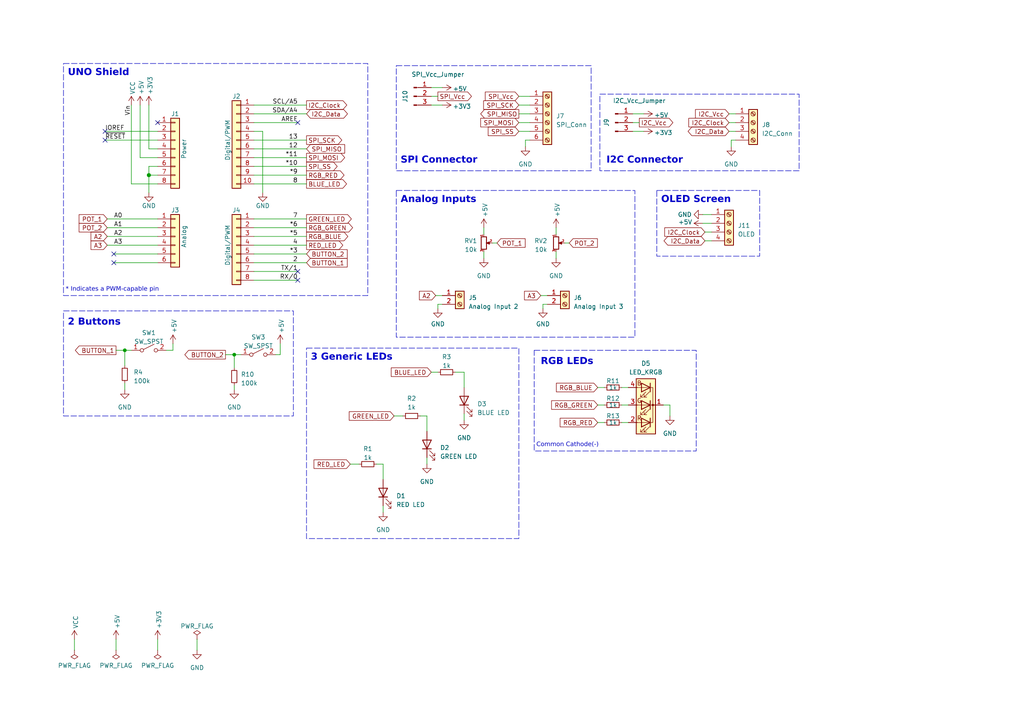
<source format=kicad_sch>
(kicad_sch (version 20230121) (generator eeschema)
  (paper "A4")
  (title_block (title "UNO Shield Phase B") (date "2024-01-27") (rev "1.0") (company "Goncalo"))
  (lib_symbols
    (symbol "Connector:Conn_01x03_Pin" (pin_names (offset 1.016) hide)
      (property "Reference" "J" (at 0 5.08 0))
      (property "Value" "Conn_01x03_Pin" (at 0 -5.08 0))
      (symbol "Conn_01x03_Pin_1_1"
        (polyline (pts (xy 1.27 -2.54) (xy 0.8636 -2.54)) (stroke (width 0.1524)))
        (polyline (pts (xy 1.27 0) (xy 0.8636 0)) (stroke (width 0.1524)))
        (polyline (pts (xy 1.27 2.54) (xy 0.8636 2.54)) (stroke (width 0.1524)))
        (rectangle (start 0.8636 -2.413) (end 0 -2.667) (stroke (width 0.1524)) (fill (type outline)))
        (rectangle (start 0.8636 0.127) (end 0 -0.127) (stroke (width 0.1524)) (fill (type outline)))
        (rectangle (start 0.8636 2.667) (end 0 2.413) (stroke (width 0.1524)) (fill (type outline)))
        (pin passive line (at 5.08 2.54 180) (length 3.81) (name "Pin_1") (number "1"))
        (pin passive line (at 5.08 0 180) (length 3.81) (name "Pin_2") (number "2"))
        (pin passive line (at 5.08 -2.54 180) (length 3.81) (name "Pin_3") (number "3"))
      )
    )
    (symbol "Connector:Screw_Terminal_01x02" (pin_names (offset 1.016) hide)
      (property "Reference" "J" (at 0 2.54 0))
      (property "Value" "Screw_Terminal_01x02" (at 0 -5.08 0))
      (symbol "Screw_Terminal_01x02_1_1"
        (rectangle (start -1.27 1.27) (end 1.27 -3.81) (stroke (width 0.254)) (fill (type background)))
        (circle (center 0 -2.54) (radius 0.635) (stroke (width 0.1524)))
        (polyline (pts (xy -0.5334 -2.2098) (xy 0.3302 -3.048)) (stroke (width 0.1524)))
        (polyline (pts (xy -0.5334 0.3302) (xy 0.3302 -0.508)) (stroke (width 0.1524)))
        (polyline (pts (xy -0.3556 -2.032) (xy 0.508 -2.8702)) (stroke (width 0.1524)))
        (polyline (pts (xy -0.3556 0.508) (xy 0.508 -0.3302)) (stroke (width 0.1524)))
        (circle (center 0 0) (radius 0.635) (stroke (width 0.1524)))
        (pin passive line (at -5.08 0 0) (length 3.81) (name "Pin_1") (number "1"))
        (pin passive line (at -5.08 -2.54 0) (length 3.81) (name "Pin_2") (number "2"))
      )
    )
    (symbol "Connector:Screw_Terminal_01x04" (pin_names (offset 1.016) hide)
      (property "Reference" "J" (at 0 5.08 0))
      (property "Value" "Screw_Terminal_01x04" (at 0 -7.62 0))
      (symbol "Screw_Terminal_01x04_1_1"
        (rectangle (start -1.27 3.81) (end 1.27 -6.35) (stroke (width 0.254)) (fill (type background)))
        (circle (center 0 -5.08) (radius 0.635) (stroke (width 0.1524)))
        (circle (center 0 -2.54) (radius 0.635) (stroke (width 0.1524)))
        (polyline (pts (xy -0.5334 -4.7498) (xy 0.3302 -5.588)) (stroke (width 0.1524)))
        (polyline (pts (xy -0.5334 -2.2098) (xy 0.3302 -3.048)) (stroke (width 0.1524)))
        (polyline (pts (xy -0.5334 0.3302) (xy 0.3302 -0.508)) (stroke (width 0.1524)))
        (polyline (pts (xy -0.5334 2.8702) (xy 0.3302 2.032)) (stroke (width 0.1524)))
        (polyline (pts (xy -0.3556 -4.572) (xy 0.508 -5.4102)) (stroke (width 0.1524)))
        (polyline (pts (xy -0.3556 -2.032) (xy 0.508 -2.8702)) (stroke (width 0.1524)))
        (polyline (pts (xy -0.3556 0.508) (xy 0.508 -0.3302)) (stroke (width 0.1524)))
        (polyline (pts (xy -0.3556 3.048) (xy 0.508 2.2098)) (stroke (width 0.1524)))
        (circle (center 0 0) (radius 0.635) (stroke (width 0.1524)))
        (circle (center 0 2.54) (radius 0.635) (stroke (width 0.1524)))
        (pin passive line (at -5.08 2.54 0) (length 3.81) (name "Pin_1") (number "1"))
        (pin passive line (at -5.08 0 0) (length 3.81) (name "Pin_2") (number "2"))
        (pin passive line (at -5.08 -2.54 0) (length 3.81) (name "Pin_3") (number "3"))
        (pin passive line (at -5.08 -5.08 0) (length 3.81) (name "Pin_4") (number "4"))
      )
    )
    (symbol "Connector:Screw_Terminal_01x06" (pin_names (offset 1.016) hide)
      (property "Reference" "J" (at 0 7.62 0))
      (property "Value" "Screw_Terminal_01x06" (at 0 -10.16 0))
      (symbol "Screw_Terminal_01x06_1_1"
        (rectangle (start -1.27 6.35) (end 1.27 -8.89) (stroke (width 0.254)) (fill (type background)))
        (circle (center 0 -7.62) (radius 0.635) (stroke (width 0.1524)))
        (circle (center 0 -5.08) (radius 0.635) (stroke (width 0.1524)))
        (circle (center 0 -2.54) (radius 0.635) (stroke (width 0.1524)))
        (polyline (pts (xy -0.5334 -7.2898) (xy 0.3302 -8.128)) (stroke (width 0.1524)))
        (polyline (pts (xy -0.5334 -4.7498) (xy 0.3302 -5.588)) (stroke (width 0.1524)))
        (polyline (pts (xy -0.5334 -2.2098) (xy 0.3302 -3.048)) (stroke (width 0.1524)))
        (polyline (pts (xy -0.5334 0.3302) (xy 0.3302 -0.508)) (stroke (width 0.1524)))
        (polyline (pts (xy -0.5334 2.8702) (xy 0.3302 2.032)) (stroke (width 0.1524)))
        (polyline (pts (xy -0.5334 5.4102) (xy 0.3302 4.572)) (stroke (width 0.1524)))
        (polyline (pts (xy -0.3556 -7.112) (xy 0.508 -7.9502)) (stroke (width 0.1524)))
        (polyline (pts (xy -0.3556 -4.572) (xy 0.508 -5.4102)) (stroke (width 0.1524)))
        (polyline (pts (xy -0.3556 -2.032) (xy 0.508 -2.8702)) (stroke (width 0.1524)))
        (polyline (pts (xy -0.3556 0.508) (xy 0.508 -0.3302)) (stroke (width 0.1524)))
        (polyline (pts (xy -0.3556 3.048) (xy 0.508 2.2098)) (stroke (width 0.1524)))
        (polyline (pts (xy -0.3556 5.588) (xy 0.508 4.7498)) (stroke (width 0.1524)))
        (circle (center 0 0) (radius 0.635) (stroke (width 0.1524)))
        (circle (center 0 2.54) (radius 0.635) (stroke (width 0.1524)))
        (circle (center 0 5.08) (radius 0.635) (stroke (width 0.1524)))
        (pin passive line (at -5.08 5.08 0) (length 3.81) (name "Pin_1") (number "1"))
        (pin passive line (at -5.08 2.54 0) (length 3.81) (name "Pin_2") (number "2"))
        (pin passive line (at -5.08 0 0) (length 3.81) (name "Pin_3") (number "3"))
        (pin passive line (at -5.08 -2.54 0) (length 3.81) (name "Pin_4") (number "4"))
        (pin passive line (at -5.08 -5.08 0) (length 3.81) (name "Pin_5") (number "5"))
        (pin passive line (at -5.08 -7.62 0) (length 3.81) (name "Pin_6") (number "6"))
      )
    )
    (symbol "Connector_Generic:Conn_01x06" (pin_names (offset 1.016) hide)
      (property "Reference" "J" (at 0 7.62 0))
      (property "Value" "Conn_01x06" (at 0 -10.16 0))
      (symbol "Conn_01x06_1_1"
        (rectangle (start -1.27 -7.493) (end 0 -7.747) (stroke (width 0.1524)))
        (rectangle (start -1.27 -4.953) (end 0 -5.207) (stroke (width 0.1524)))
        (rectangle (start -1.27 -2.413) (end 0 -2.667) (stroke (width 0.1524)))
        (rectangle (start -1.27 0.127) (end 0 -0.127) (stroke (width 0.1524)))
        (rectangle (start -1.27 2.667) (end 0 2.413) (stroke (width 0.1524)))
        (rectangle (start -1.27 5.207) (end 0 4.953) (stroke (width 0.1524)))
        (rectangle (start -1.27 6.35) (end 1.27 -8.89) (stroke (width 0.254)) (fill (type background)))
        (pin passive line (at -5.08 5.08 0) (length 3.81) (name "Pin_1") (number "1"))
        (pin passive line (at -5.08 2.54 0) (length 3.81) (name "Pin_2") (number "2"))
        (pin passive line (at -5.08 0 0) (length 3.81) (name "Pin_3") (number "3"))
        (pin passive line (at -5.08 -2.54 0) (length 3.81) (name "Pin_4") (number "4"))
        (pin passive line (at -5.08 -5.08 0) (length 3.81) (name "Pin_5") (number "5"))
        (pin passive line (at -5.08 -7.62 0) (length 3.81) (name "Pin_6") (number "6"))
      )
    )
    (symbol "Connector_Generic:Conn_01x08" (pin_names (offset 1.016) hide)
      (property "Reference" "J" (at 0 10.16 0))
      (property "Value" "Conn_01x08" (at 0 -12.7 0))
      (symbol "Conn_01x08_1_1"
        (rectangle (start -1.27 -10.033) (end 0 -10.287) (stroke (width 0.1524)))
        (rectangle (start -1.27 -7.493) (end 0 -7.747) (stroke (width 0.1524)))
        (rectangle (start -1.27 -4.953) (end 0 -5.207) (stroke (width 0.1524)))
        (rectangle (start -1.27 -2.413) (end 0 -2.667) (stroke (width 0.1524)))
        (rectangle (start -1.27 0.127) (end 0 -0.127) (stroke (width 0.1524)))
        (rectangle (start -1.27 2.667) (end 0 2.413) (stroke (width 0.1524)))
        (rectangle (start -1.27 5.207) (end 0 4.953) (stroke (width 0.1524)))
        (rectangle (start -1.27 7.747) (end 0 7.493) (stroke (width 0.1524)))
        (rectangle (start -1.27 8.89) (end 1.27 -11.43) (stroke (width 0.254)) (fill (type background)))
        (pin passive line (at -5.08 7.62 0) (length 3.81) (name "Pin_1") (number "1"))
        (pin passive line (at -5.08 5.08 0) (length 3.81) (name "Pin_2") (number "2"))
        (pin passive line (at -5.08 2.54 0) (length 3.81) (name "Pin_3") (number "3"))
        (pin passive line (at -5.08 0 0) (length 3.81) (name "Pin_4") (number "4"))
        (pin passive line (at -5.08 -2.54 0) (length 3.81) (name "Pin_5") (number "5"))
        (pin passive line (at -5.08 -5.08 0) (length 3.81) (name "Pin_6") (number "6"))
        (pin passive line (at -5.08 -7.62 0) (length 3.81) (name "Pin_7") (number "7"))
        (pin passive line (at -5.08 -10.16 0) (length 3.81) (name "Pin_8") (number "8"))
      )
    )
    (symbol "Connector_Generic:Conn_01x10" (pin_names (offset 1.016) hide)
      (property "Reference" "J" (at 0 12.7 0))
      (property "Value" "Conn_01x10" (at 0 -15.24 0))
      (symbol "Conn_01x10_1_1"
        (rectangle (start -1.27 -12.573) (end 0 -12.827) (stroke (width 0.1524)))
        (rectangle (start -1.27 -10.033) (end 0 -10.287) (stroke (width 0.1524)))
        (rectangle (start -1.27 -7.493) (end 0 -7.747) (stroke (width 0.1524)))
        (rectangle (start -1.27 -4.953) (end 0 -5.207) (stroke (width 0.1524)))
        (rectangle (start -1.27 -2.413) (end 0 -2.667) (stroke (width 0.1524)))
        (rectangle (start -1.27 0.127) (end 0 -0.127) (stroke (width 0.1524)))
        (rectangle (start -1.27 2.667) (end 0 2.413) (stroke (width 0.1524)))
        (rectangle (start -1.27 5.207) (end 0 4.953) (stroke (width 0.1524)))
        (rectangle (start -1.27 7.747) (end 0 7.493) (stroke (width 0.1524)))
        (rectangle (start -1.27 10.287) (end 0 10.033) (stroke (width 0.1524)))
        (rectangle (start -1.27 11.43) (end 1.27 -13.97) (stroke (width 0.254)) (fill (type background)))
        (pin passive line (at -5.08 10.16 0) (length 3.81) (name "Pin_1") (number "1"))
        (pin passive line (at -5.08 -12.7 0) (length 3.81) (name "Pin_10") (number "10"))
        (pin passive line (at -5.08 7.62 0) (length 3.81) (name "Pin_2") (number "2"))
        (pin passive line (at -5.08 5.08 0) (length 3.81) (name "Pin_3") (number "3"))
        (pin passive line (at -5.08 2.54 0) (length 3.81) (name "Pin_4") (number "4"))
        (pin passive line (at -5.08 0 0) (length 3.81) (name "Pin_5") (number "5"))
        (pin passive line (at -5.08 -2.54 0) (length 3.81) (name "Pin_6") (number "6"))
        (pin passive line (at -5.08 -5.08 0) (length 3.81) (name "Pin_7") (number "7"))
        (pin passive line (at -5.08 -7.62 0) (length 3.81) (name "Pin_8") (number "8"))
        (pin passive line (at -5.08 -10.16 0) (length 3.81) (name "Pin_9") (number "9"))
      )
    )
    (symbol "Device:LED" (pin_numbers hide) (pin_names (offset 1.016) hide)
      (property "Reference" "D" (at 0 2.54 0))
      (property "Value" "LED" (at 0 -2.54 0))
      (symbol "LED_0_1"
        (polyline (pts (xy -1.27 -1.27) (xy -1.27 1.27)) (stroke (width 0.254)))
        (polyline (pts (xy -1.27 0) (xy 1.27 0)))
        (polyline (pts (xy 1.27 -1.27) (xy 1.27 1.27) (xy -1.27 0) (xy 1.27 -1.27)) (stroke (width 0.254)))
        (polyline (pts (xy -3.048 -0.762) (xy -4.572 -2.286) (xy -3.81 -2.286) (xy -4.572 -2.286) (xy -4.572 -1.524)))
        (polyline (pts (xy -1.778 -0.762) (xy -3.302 -2.286) (xy -2.54 -2.286) (xy -3.302 -2.286) (xy -3.302 -1.524)))
      )
      (symbol "LED_1_1"
        (pin passive line (at -3.81 0 0) (length 2.54) (name "K") (number "1"))
        (pin passive line (at 3.81 0 180) (length 2.54) (name "A") (number "2"))
      )
    )
    (symbol "Device:LED_KRGB" (pin_names (offset 0) hide)
      (property "Reference" "D" (at 0 9.398 0))
      (property "Value" "LED_KRGB" (at 0 -8.89 0))
      (symbol "LED_KRGB_0_0"
        (text "B" (at 1.905 -6.35 0) (effects (font (size 1.27 1.27))))
        (text "G" (at 1.905 -1.27 0) (effects (font (size 1.27 1.27))))
        (text "R" (at 1.905 3.81 0) (effects (font (size 1.27 1.27))))
      )
      (symbol "LED_KRGB_0_1"
        (circle (center -2.032 0) (radius 0.254) (fill (type outline)))
        (polyline (pts (xy -1.27 -5.08) (xy 1.27 -5.08)))
        (polyline (pts (xy -1.27 -3.81) (xy -1.27 -6.35)) (stroke (width 0.254)))
        (polyline (pts (xy -1.27 0) (xy -2.54 0)))
        (polyline (pts (xy -1.27 1.27) (xy -1.27 -1.27)) (stroke (width 0.254)))
        (polyline (pts (xy -1.27 5.08) (xy 1.27 5.08)))
        (polyline (pts (xy -1.27 6.35) (xy -1.27 3.81)) (stroke (width 0.254)))
        (polyline (pts (xy 1.27 -5.08) (xy 2.54 -5.08)))
        (polyline (pts (xy 1.27 0) (xy -1.27 0)))
        (polyline (pts (xy 1.27 0) (xy 2.54 0)))
        (polyline (pts (xy 1.27 5.08) (xy 2.54 5.08)))
        (polyline (pts (xy -1.27 1.27) (xy -1.27 -1.27) (xy -1.27 -1.27)))
        (polyline (pts (xy -1.27 6.35) (xy -1.27 3.81) (xy -1.27 3.81)))
        (polyline (pts (xy -1.27 5.08) (xy -2.032 5.08) (xy -2.032 -5.08) (xy -1.016 -5.08)))
        (polyline (pts (xy 1.27 -3.81) (xy 1.27 -6.35) (xy -1.27 -5.08) (xy 1.27 -3.81)) (stroke (width 0.254)))
        (polyline (pts (xy 1.27 1.27) (xy 1.27 -1.27) (xy -1.27 0) (xy 1.27 1.27)) (stroke (width 0.254)))
        (polyline (pts (xy 1.27 6.35) (xy 1.27 3.81) (xy -1.27 5.08) (xy 1.27 6.35)) (stroke (width 0.254)))
        (polyline (pts (xy -1.016 -3.81) (xy 0.508 -2.286) (xy -0.254 -2.286) (xy 0.508 -2.286) (xy 0.508 -3.048)))
        (polyline (pts (xy -1.016 1.27) (xy 0.508 2.794) (xy -0.254 2.794) (xy 0.508 2.794) (xy 0.508 2.032)))
        (polyline (pts (xy -1.016 6.35) (xy 0.508 7.874) (xy -0.254 7.874) (xy 0.508 7.874) (xy 0.508 7.112)))
        (polyline (pts (xy 0 -3.81) (xy 1.524 -2.286) (xy 0.762 -2.286) (xy 1.524 -2.286) (xy 1.524 -3.048)))
        (polyline (pts (xy 0 1.27) (xy 1.524 2.794) (xy 0.762 2.794) (xy 1.524 2.794) (xy 1.524 2.032)))
        (polyline (pts (xy 0 6.35) (xy 1.524 7.874) (xy 0.762 7.874) (xy 1.524 7.874) (xy 1.524 7.112)))
        (rectangle (start 1.27 -1.27) (end 1.27 1.27))
        (rectangle (start 1.27 1.27) (end 1.27 1.27))
        (rectangle (start 1.27 3.81) (end 1.27 6.35))
        (rectangle (start 1.27 6.35) (end 1.27 6.35))
        (rectangle (start 2.794 8.382) (end -2.794 -7.62) (stroke (width 0.254)) (fill (type background)))
      )
      (symbol "LED_KRGB_1_1"
        (pin passive line (at -5.08 0 0) (length 2.54) (name "K") (number "1"))
        (pin passive line (at 5.08 5.08 180) (length 2.54) (name "RA") (number "2"))
        (pin passive line (at 5.08 0 180) (length 2.54) (name "GA") (number "3"))
        (pin passive line (at 5.08 -5.08 180) (length 2.54) (name "BA") (number "4"))
      )
    )
    (symbol "Device:R_Potentiometer_Small" (pin_names (offset 1.016) hide)
      (property "Reference" "RV" (at -4.445 0 90))
      (property "Value" "R_Potentiometer_Small" (at -2.54 0 90))
      (symbol "R_Potentiometer_Small_0_1"
        (polyline (pts (xy 0.889 0) (xy 0.635 0) (xy 1.651 0.381) (xy 1.651 -0.381) (xy 0.635 0) (xy 0.889 0)) (fill (type outline)))
        (rectangle (start 0.762 1.8034) (end -0.762 -1.8034) (stroke (width 0.254)))
      )
      (symbol "R_Potentiometer_Small_1_1"
        (pin passive line (at 0 2.54 270) (length 0.635) (name "1") (number "1"))
        (pin passive line (at 2.54 0 180) (length 0.9906) (name "2") (number "2"))
        (pin passive line (at 0 -2.54 90) (length 0.635) (name "3") (number "3"))
      )
    )
    (symbol "Device:R_Small" (pin_numbers hide) (pin_names (offset 0.254) hide)
      (property "Reference" "R" (at 0.762 0.508 0))
      (property "Value" "R_Small" (at 0.762 -1.016 0))
      (symbol "R_Small_0_1"
        (rectangle (start -0.762 1.778) (end 0.762 -1.778) (stroke (width 0.2032)))
      )
      (symbol "R_Small_1_1"
        (pin passive line (at 0 2.54 270) (length 0.762) (name "~") (number "1"))
        (pin passive line (at 0 -2.54 90) (length 0.762) (name "~") (number "2"))
      )
    )
    (symbol "GND_1" (power) (pin_names (offset 0))
      (property "Value" "GND_1" (at 0 -3.81 0))
      (symbol "GND_1_0_1"
        (polyline (pts (xy 0 0) (xy 0 -1.27) (xy 1.27 -1.27) (xy 0 -2.54) (xy -1.27 -1.27) (xy 0 -1.27)))
      )
      (symbol "GND_1_1_1"
        (pin power_in line (at 0 0 270) (length 0) hide (name "GND") (number "1"))
      )
    )
    (symbol "Switch:SW_SPST" (pin_names (offset 0) hide)
      (property "Reference" "SW" (at 0 3.175 0))
      (property "Value" "SW_SPST" (at 0 -2.54 0))
      (symbol "SW_SPST_0_0"
        (circle (center -2.032 0) (radius 0.508))
        (polyline (pts (xy -1.524 0.254) (xy 1.524 1.778)))
        (circle (center 2.032 0) (radius 0.508))
      )
      (symbol "SW_SPST_1_1"
        (pin passive line (at -5.08 0 0) (length 2.54) (name "A") (number "1"))
        (pin passive line (at 5.08 0 180) (length 2.54) (name "B") (number "2"))
      )
    )
    (symbol "power:+3V3" (power) (pin_names (offset 0))
      (property "Value" "+3V3" (at 0 3.556 0))
      (symbol "+3V3_0_1"
        (polyline (pts (xy -0.762 1.27) (xy 0 2.54)))
        (polyline (pts (xy 0 0) (xy 0 2.54)))
        (polyline (pts (xy 0 2.54) (xy 0.762 1.27)))
      )
      (symbol "+3V3_1_1"
        (pin power_in line (at 0 0 90) (length 0) hide (name "+3V3") (number "1"))
      )
    )
    (symbol "power:+5V" (power) (pin_names (offset 0))
      (property "Value" "+5V" (at 0 3.556 0))
      (symbol "+5V_0_1"
        (polyline (pts (xy -0.762 1.27) (xy 0 2.54)))
        (polyline (pts (xy 0 0) (xy 0 2.54)))
        (polyline (pts (xy 0 2.54) (xy 0.762 1.27)))
      )
      (symbol "+5V_1_1"
        (pin power_in line (at 0 0 90) (length 0) hide (name "+5V") (number "1"))
      )
    )
    (symbol "power:GND" (power) (pin_names (offset 0))
      (property "Value" "GND" (at 0 -3.81 0))
      (symbol "GND_0_1"
        (polyline (pts (xy 0 0) (xy 0 -1.27) (xy 1.27 -1.27) (xy 0 -2.54) (xy -1.27 -1.27) (xy 0 -1.27)))
      )
      (symbol "GND_1_1"
        (pin power_in line (at 0 0 270) (length 0) hide (name "GND") (number "1"))
      )
    )
    (symbol "power:PWR_FLAG" (power) (pin_numbers hide) (pin_names (offset 0) hide)
      (property "Value" "PWR_FLAG" (at 0 3.81 0))
      (symbol "PWR_FLAG_0_0"
        (pin power_out line (at 0 0 90) (length 0) (name "pwr") (number "1"))
      )
      (symbol "PWR_FLAG_0_1"
        (polyline (pts (xy 0 0) (xy 0 1.27) (xy -1.016 1.905) (xy 0 2.54) (xy 1.016 1.905) (xy 0 1.27)))
      )
    )
    (symbol "power:VCC" (power) (pin_names (offset 0))
      (property "Value" "VCC" (at 0 3.81 0))
      (symbol "VCC_0_1"
        (polyline (pts (xy -0.762 1.27) (xy 0 2.54)))
        (polyline (pts (xy 0 0) (xy 0 2.54)))
        (polyline (pts (xy 0 2.54) (xy 0.762 1.27)))
      )
      (symbol "VCC_1_1"
        (pin power_in line (at 0 0 90) (length 0) hide (name "VCC") (number "1"))
      )
    )
  )
  (junction (at 43.18 50.8) (diameter 1.016))
  (junction (at 36.195 101.6))
  (junction (at 67.945 102.87))
  (no_connect (at 33.02 76.2))
  (no_connect (at 33.02 73.66))
  (no_connect (at 86.36 78.74))
  (no_connect (at 30.48 38.1))
  (no_connect (at 30.48 40.64))
  (no_connect (at 86.36 81.28))
  (no_connect (at 45.72 35.56))
  (no_connect (at 86.36 35.56))
  (wire (pts (xy 73.66 81.28) (xy 86.36 81.28)))
  (wire (pts (xy 163.83 70.485) (xy 165.1 70.485)))
  (wire (pts (xy 73.66 48.26) (xy 88.9 48.26)))
  (wire (pts (xy 211.455 38.1) (xy 213.36 38.1)))
  (wire (pts (xy 57.15 185.42) (xy 57.15 188.595)))
  (wire (pts (xy 73.66 30.48) (xy 88.9 30.48)))
  (wire (pts (xy 128.27 30.48) (xy 125.095 30.48)))
  (wire (pts (xy 194.31 117.475) (xy 194.31 120.65)))
  (wire (pts (xy 125.095 107.95) (xy 127 107.95)))
  (wire (pts (xy 43.18 48.26) (xy 43.18 50.8)))
  (wire (pts (xy 114.3 120.65) (xy 116.84 120.65)))
  (wire (pts (xy 109.22 134.62) (xy 111.125 134.62)))
  (wire (pts (xy 33.02 76.2) (xy 45.72 76.2)))
  (wire (pts (xy 186.69 38.1) (xy 183.515 38.1)))
  (wire (pts (xy 180.34 122.555) (xy 182.245 122.555)))
  (wire (pts (xy 21.59 185.42) (xy 21.59 188.595)))
  (wire (pts (xy 43.18 50.8) (xy 43.18 55.88)))
  (wire (pts (xy 126.365 85.725) (xy 128.27 85.725)))
  (wire (pts (xy 36.195 111.125) (xy 36.195 113.03)))
  (wire (pts (xy 81.28 102.87) (xy 80.01 102.87)))
  (wire (pts (xy 43.18 43.18) (xy 45.72 43.18)))
  (wire (pts (xy 65.405 102.87) (xy 67.945 102.87)))
  (wire (pts (xy 40.64 45.72) (xy 45.72 45.72)))
  (wire (pts (xy 73.66 50.8) (xy 88.9 50.8)))
  (wire (pts (xy 40.64 30.48) (xy 40.64 45.72)))
  (wire (pts (xy 123.825 132.715) (xy 123.825 134.62)))
  (wire (pts (xy 111.125 146.685) (xy 111.125 148.59)))
  (wire (pts (xy 73.66 40.64) (xy 88.9 40.64)))
  (wire (pts (xy 43.18 30.48) (xy 43.18 43.18)))
  (wire (pts (xy 73.66 63.5) (xy 88.9 63.5)))
  (wire (pts (xy 150.495 30.48) (xy 153.67 30.48)))
  (wire (pts (xy 186.69 33.02) (xy 183.515 33.02)))
  (wire (pts (xy 31.115 63.5) (xy 45.72 63.5)))
  (wire (pts (xy 73.66 43.18) (xy 88.9 43.18)))
  (wire (pts (xy 185.42 35.56) (xy 183.515 35.56)))
  (wire (pts (xy 204.47 67.31) (xy 206.375 67.31)))
  (wire (pts (xy 73.66 66.04) (xy 88.9 66.04)))
  (wire (pts (xy 173.355 117.475) (xy 175.26 117.475)))
  (wire (pts (xy 142.875 70.485) (xy 144.145 70.485)))
  (wire (pts (xy 161.29 73.025) (xy 161.29 74.93)))
  (wire (pts (xy 48.26 101.6) (xy 50.165 101.6)))
  (wire (pts (xy 203.835 62.23) (xy 206.375 62.23)))
  (wire (pts (xy 173.355 122.555) (xy 175.26 122.555)))
  (wire (pts (xy 156.845 85.725) (xy 158.75 85.725)))
  (wire (pts (xy 121.92 120.65) (xy 123.825 120.65)))
  (wire (pts (xy 33.655 185.42) (xy 33.655 188.595)))
  (wire (pts (xy 50.165 101.6) (xy 50.165 99.695)))
  (wire (pts (xy 161.29 66.04) (xy 161.29 67.945)))
  (wire (pts (xy 150.495 35.56) (xy 153.67 35.56)))
  (wire (pts (xy 180.34 112.395) (xy 182.245 112.395)))
  (wire (pts (xy 73.66 71.12) (xy 88.9 71.12)))
  (wire (pts (xy 213.36 40.64) (xy 212.09 40.64)))
  (wire (pts (xy 30.48 38.1) (xy 45.72 38.1)))
  (wire (pts (xy 152.4 42.545) (xy 152.4 40.64)))
  (wire (pts (xy 45.72 185.42) (xy 45.72 188.595)))
  (wire (pts (xy 111.125 134.62) (xy 111.125 139.065)))
  (wire (pts (xy 127 27.94) (xy 125.095 27.94)))
  (wire (pts (xy 67.945 111.76) (xy 67.945 113.03)))
  (wire (pts (xy 150.495 33.02) (xy 153.67 33.02)))
  (wire (pts (xy 173.355 112.395) (xy 175.26 112.395)))
  (wire (pts (xy 76.2 38.1) (xy 76.2 55.88)))
  (wire (pts (xy 69.85 102.87) (xy 67.945 102.87)))
  (wire (pts (xy 73.66 35.56) (xy 86.36 35.56)))
  (wire (pts (xy 33.655 101.6) (xy 36.195 101.6)))
  (wire (pts (xy 150.495 38.1) (xy 153.67 38.1)))
  (wire (pts (xy 180.34 117.475) (xy 182.245 117.475)))
  (wire (pts (xy 157.48 88.265) (xy 157.48 89.535)))
  (wire (pts (xy 31.115 68.58) (xy 45.72 68.58)))
  (wire (pts (xy 30.48 40.64) (xy 45.72 40.64)))
  (wire (pts (xy 127 88.265) (xy 127 89.535)))
  (wire (pts (xy 140.335 73.025) (xy 140.335 74.93)))
  (wire (pts (xy 134.62 120.015) (xy 134.62 121.92)))
  (wire (pts (xy 45.72 50.8) (xy 43.18 50.8)))
  (wire (pts (xy 212.09 40.64) (xy 212.09 42.545)))
  (wire (pts (xy 203.835 64.77) (xy 206.375 64.77)))
  (wire (pts (xy 204.47 69.85) (xy 206.375 69.85)))
  (wire (pts (xy 45.72 53.34) (xy 38.1 53.34)))
  (wire (pts (xy 31.115 66.04) (xy 45.72 66.04)))
  (wire (pts (xy 101.6 134.62) (xy 104.14 134.62)))
  (wire (pts (xy 140.335 66.04) (xy 140.335 67.945)))
  (wire (pts (xy 67.945 102.87) (xy 67.945 106.68)))
  (wire (pts (xy 73.66 38.1) (xy 76.2 38.1)))
  (wire (pts (xy 45.72 48.26) (xy 43.18 48.26)))
  (wire (pts (xy 158.75 88.265) (xy 157.48 88.265)))
  (wire (pts (xy 192.405 117.475) (xy 194.31 117.475)))
  (wire (pts (xy 73.66 45.72) (xy 88.9 45.72)))
  (wire (pts (xy 211.455 35.56) (xy 213.36 35.56)))
  (wire (pts (xy 73.66 68.58) (xy 88.9 68.58)))
  (wire (pts (xy 128.27 88.265) (xy 127 88.265)))
  (wire (pts (xy 31.115 71.12) (xy 45.72 71.12)))
  (wire (pts (xy 132.08 107.95) (xy 134.62 107.95)))
  (wire (pts (xy 211.455 33.02) (xy 213.36 33.02)))
  (wire (pts (xy 36.195 101.6) (xy 36.195 106.045)))
  (wire (pts (xy 81.28 99.695) (xy 81.28 102.87)))
  (wire (pts (xy 73.66 33.02) (xy 88.9 33.02)))
  (wire (pts (xy 128.27 25.4) (xy 125.095 25.4)))
  (wire (pts (xy 73.66 76.2) (xy 88.9 76.2)))
  (wire (pts (xy 134.62 107.95) (xy 134.62 112.395)))
  (wire (pts (xy 152.4 40.64) (xy 153.67 40.64)))
  (wire (pts (xy 73.66 73.66) (xy 88.9 73.66)))
  (wire (pts (xy 150.495 27.94) (xy 153.67 27.94)))
  (wire (pts (xy 38.1 101.6) (xy 36.195 101.6)))
  (wire (pts (xy 123.825 120.65) (xy 123.825 125.095)))
  (wire (pts (xy 73.66 78.74) (xy 86.36 78.74)))
  (wire (pts (xy 38.1 53.34) (xy 38.1 30.48)))
  (wire (pts (xy 45.72 73.66) (xy 33.02 73.66)))
  (wire (pts (xy 73.66 53.34) (xy 88.9 53.34)))
  (rectangle (start 173.99 27.305) (end 231.775 49.53) (stroke (width 0) (type dash)))
  (rectangle (start 18.415 90.17) (end 85.09 120.65) (stroke (width 0) (type dash)))
  (rectangle (start 88.9 100.965) (end 150.495 156.21) (stroke (width 0) (type dash)))
  (rectangle (start 190.5 55.245) (end 220.345 74.295) (stroke (width 0) (type dash)))
  (rectangle (start 114.935 19.05) (end 171.45 49.53) (stroke (width 0) (type dash)))
  (rectangle (start 114.935 55.245) (end 184.15 97.79) (stroke (width 0) (type dash)))
  (rectangle (start 18.415 18.415) (end 106.68 85.725) (stroke (width 0) (type dash)))
  (rectangle (start 154.94 101.6) (end 201.93 130.81) (stroke (width 0) (type dash)))
  (text "I2C Connector" (at 175.895 48.26 0) (effects (font (size 2 2) (thickness 0.254) bold) (justify left bottom)))
  (text "OLED Screen" (at 191.77 59.69 0) (effects (font (size 2 2) (thickness 0.254) bold) (justify left bottom)))
  (text "RGB LEDs" (at 156.845 106.68 0) (effects (font (size 2 2) (thickness 0.254) bold) (justify left bottom)))
  (text "SPI Connector" (at 116.205 48.26 0) (effects (font (size 2 2) (thickness 0.254) bold) (justify left bottom)))
  (text "UNO Shield" (at 19.685 22.86 0) (effects (font (size 2 2) (thickness 0.254) bold) (justify left bottom)))
  (text "Common Cathode(-)" (at 155.575 130.175 0) (effects (font (size 1.27 1.27)) (justify left bottom)))
  (text "* Indicates a PWM-capable pin" (at 19.05 85.09 0) (effects (font (size 1.27 1.27)) (justify left bottom)))
  (text "3 Generic LEDs" (at 90.17 105.41 0) (effects (font (size 2 2) (thickness 0.254) bold) (justify left bottom)))
  (text "2 Buttons" (at 19.685 95.25 0) (effects (font (size 2 2) (thickness 0.254) bold) (justify left bottom)))
  (text "Analog Inputs" (at 116.205 59.69 0) (effects (font (size 2 2) (thickness 0.254) bold) (justify left bottom)))
  (label "RX{slash}0" (at 86.36 81.28 180))
  (label "A2" (at 33.02 68.58 0))
  (label "4" (at 86.36 71.12 180))
  (label "2" (at 86.36 76.2 180))
  (label "A3" (at 33.02 71.12 0))
  (label "13" (at 86.36 40.64 180))
  (label "12" (at 86.36 43.18 180))
  (label "~{RESET}" (at 30.48 40.64 0))
  (label "*10" (at 86.36 48.26 180))
  (label "7" (at 86.36 63.5 180))
  (label "SDA{slash}A4" (at 86.36 33.02 180))
  (label "8" (at 86.36 53.34 180))
  (label "*11" (at 86.36 45.72 180))
  (label "*3" (at 86.36 73.66 180))
  (label "A1" (at 33.02 66.04 0))
  (label "TX{slash}1" (at 86.36 78.74 180))
  (label "A0" (at 33.02 63.5 0))
  (label "AREF" (at 86.36 35.56 180))
  (label "Vin" (at 38.1 30.48 270))
  (label "*6" (at 86.36 66.04 180))
  (label "SCL{slash}A5" (at 86.36 30.48 180))
  (label "*9" (at 86.36 50.8 180))
  (label "*5" (at 86.36 68.58 180))
  (label "IOREF" (at 30.48 38.1 0))
  (global_label "GREEN_LED" (shape input) (at 114.3 120.65 180) (property "Intersheetrefs" "${INTERSHEET_REFS}" (effects hide)))
  (global_label "I2C_Data" (shape bidirectional) (at 204.47 69.85 180) (property "Intersheetrefs" "${INTERSHEET_REFS}" (effects hide)))
  (global_label "A2" (shape input) (at 126.365 85.725 180) (property "Intersheetrefs" "${INTERSHEET_REFS}" (effects hide)))
  (global_label "SPI_SS" (shape input) (at 150.495 38.1 180) (property "Intersheetrefs" "${INTERSHEET_REFS}" (effects hide)))
  (global_label "POT_1" (shape input) (at 31.115 63.5 180) (property "Intersheetrefs" "${INTERSHEET_REFS}" (effects hide)))
  (global_label "POT_2" (shape input) (at 165.1 70.485 0) (property "Intersheetrefs" "${INTERSHEET_REFS}" (effects hide)))
  (global_label "SPI_SCK" (shape output) (at 88.9 40.64 0) (property "Intersheetrefs" "${INTERSHEET_REFS}" (effects hide)))
  (global_label "BLUE_LED" (shape input) (at 125.095 107.95 180) (property "Intersheetrefs" "${INTERSHEET_REFS}" (effects hide)))
  (global_label "SPI_Vcc" (shape input) (at 150.495 27.94 180) (property "Intersheetrefs" "${INTERSHEET_REFS}" (effects hide)))
  (global_label "SPI_Vcc" (shape output) (at 127 27.94 0) (property "Intersheetrefs" "${INTERSHEET_REFS}" (effects hide)))
  (global_label "RGB_GREEN" (shape output) (at 88.9 66.04 0) (property "Intersheetrefs" "${INTERSHEET_REFS}" (effects hide)))
  (global_label "I2C_Clock" (shape output) (at 88.9 30.48 0) (property "Intersheetrefs" "${INTERSHEET_REFS}" (effects hide)))
  (global_label "RED_LED" (shape input) (at 101.6 134.62 180) (property "Intersheetrefs" "${INTERSHEET_REFS}" (effects hide)))
  (global_label "A3" (shape input) (at 31.115 71.12 180) (property "Intersheetrefs" "${INTERSHEET_REFS}" (effects hide)))
  (global_label "I2C_Clock" (shape input) (at 211.455 35.56 180) (property "Intersheetrefs" "${INTERSHEET_REFS}" (effects hide)))
  (global_label "SPI_MISO" (shape output) (at 150.495 33.02 180) (property "Intersheetrefs" "${INTERSHEET_REFS}" (effects hide)))
  (global_label "I2C_Vcc" (shape output) (at 185.42 35.56 0) (property "Intersheetrefs" "${INTERSHEET_REFS}" (effects hide)))
  (global_label "SPI_MOSI" (shape output) (at 88.9 45.72 0) (property "Intersheetrefs" "${INTERSHEET_REFS}" (effects hide)))
  (global_label "RGB_BLUE" (shape input) (at 173.355 112.395 180) (property "Intersheetrefs" "${INTERSHEET_REFS}" (effects hide)))
  (global_label "A3" (shape input) (at 156.845 85.725 180) (property "Intersheetrefs" "${INTERSHEET_REFS}" (effects hide)))
  (global_label "GREEN_LED" (shape output) (at 88.9 63.5 0) (property "Intersheetrefs" "${INTERSHEET_REFS}" (effects hide)))
  (global_label "RGB_RED" (shape output) (at 88.9 50.8 0) (property "Intersheetrefs" "${INTERSHEET_REFS}" (effects hide)))
  (global_label "BUTTON_1" (shape output) (at 33.655 101.6 180) (property "Intersheetrefs" "${INTERSHEET_REFS}" (effects hide)))
  (global_label "I2C_Data" (shape bidirectional) (at 211.455 38.1 180) (property "Intersheetrefs" "${INTERSHEET_REFS}" (effects hide)))
  (global_label "SPI_MISO" (shape input) (at 88.9 43.18 0) (property "Intersheetrefs" "${INTERSHEET_REFS}" (effects hide)))
  (global_label "RGB_GREEN" (shape input) (at 173.355 117.475 180) (property "Intersheetrefs" "${INTERSHEET_REFS}" (effects hide)))
  (global_label "POT_1" (shape input) (at 144.145 70.485 0) (property "Intersheetrefs" "${INTERSHEET_REFS}" (effects hide)))
  (global_label "SPI_SS" (shape output) (at 88.9 48.26 0) (property "Intersheetrefs" "${INTERSHEET_REFS}" (effects hide)))
  (global_label "RGB_RED" (shape input) (at 173.355 122.555 180) (property "Intersheetrefs" "${INTERSHEET_REFS}" (effects hide)))
  (global_label "SPI_MOSI" (shape input) (at 150.495 35.56 180) (property "Intersheetrefs" "${INTERSHEET_REFS}" (effects hide)))
  (global_label "RED_LED" (shape output) (at 88.9 71.12 0) (property "Intersheetrefs" "${INTERSHEET_REFS}" (effects hide)))
  (global_label "I2C_Data" (shape bidirectional) (at 88.9 33.02 0) (property "Intersheetrefs" "${INTERSHEET_REFS}" (effects hide)))
  (global_label "BUTTON_1" (shape input) (at 88.9 76.2 0) (property "Intersheetrefs" "${INTERSHEET_REFS}" (effects hide)))
  (global_label "SPI_SCK" (shape input) (at 150.495 30.48 180) (property "Intersheetrefs" "${INTERSHEET_REFS}" (effects hide)))
  (global_label "BUTTON_2" (shape input) (at 88.9 73.66 0) (property "Intersheetrefs" "${INTERSHEET_REFS}" (effects hide)))
  (global_label "RGB_BLUE" (shape output) (at 88.9 68.58 0) (property "Intersheetrefs" "${INTERSHEET_REFS}" (effects hide)))
  (global_label "A2" (shape input) (at 31.115 68.58 180) (property "Intersheetrefs" "${INTERSHEET_REFS}" (effects hide)))
  (global_label "BLUE_LED" (shape output) (at 88.9 53.34 0) (property "Intersheetrefs" "${INTERSHEET_REFS}" (effects hide)))
  (global_label "POT_2" (shape input) (at 31.115 66.04 180) (property "Intersheetrefs" "${INTERSHEET_REFS}" (effects hide)))
  (global_label "BUTTON_2" (shape output) (at 65.405 102.87 180) (property "Intersheetrefs" "${INTERSHEET_REFS}" (effects hide)))
  (global_label "I2C_Vcc" (shape input) (at 211.455 33.02 180) (property "Intersheetrefs" "${INTERSHEET_REFS}" (effects hide)))
  (global_label "I2C_Clock" (shape input) (at 204.47 67.31 180) (property "Intersheetrefs" "${INTERSHEET_REFS}" (effects hide)))
  (symbol (lib_id "Connector_Generic:Conn_01x08") (at 50.8 43.18 0) (unit 1)
    (property "Reference" "J1" (at 50.8 33.02 0))
    (property "Value" "Power" (at 53.34 43.18 90))
    (property "Footprint" "Connector_PinHeader_2.54mm:PinHeader_1x08_P2.54mm_Vertical" (effects hide))
  )
  (symbol (lib_id "power:+3V3") (at 43.18 30.48 0) (unit 1)
    (property "Reference" "#PWR03" (effects hide))
    (property "Value" "+3.3V" (at 43.561 27.432 90) (effects (justify left)))
  )
  (symbol (lib_id "power:+5V") (at 40.64 30.48 0) (unit 1)
    (property "Reference" "#PWR02" (effects hide))
    (property "Value" "+5V" (at 40.9956 27.432 90) (effects (justify left)))
  )
  (symbol (lib_id "power:GND") (at 43.18 55.88 0) (unit 1)
    (property "Reference" "#PWR04" (effects hide))
    (property "Value" "GND" (at 43.18 59.69 0))
  )
  (symbol (lib_id "Connector_Generic:Conn_01x10") (at 68.58 40.64 0) (mirror y) (unit 1)
    (property "Reference" "J2" (at 68.58 27.94 0))
    (property "Value" "Digital/PWM" (at 66.04 40.64 90))
    (property "Footprint" "Connector_PinHeader_2.54mm:PinHeader_1x10_P2.54mm_Vertical" (effects hide))
  )
  (symbol (lib_id "power:GND") (at 76.2 55.88 0) (unit 1)
    (property "Reference" "#PWR05" (effects hide))
    (property "Value" "GND" (at 76.2 59.69 0))
  )
  (symbol (lib_id "Connector_Generic:Conn_01x06") (at 50.8 68.58 0) (unit 1)
    (property "Reference" "J3" (at 50.8 60.96 0))
    (property "Value" "Analog" (at 53.34 68.58 90))
    (property "Footprint" "Connector_PinHeader_2.54mm:PinHeader_1x06_P2.54mm_Vertical" (effects hide))
  )
  (symbol (lib_id "Connector_Generic:Conn_01x08") (at 68.58 71.12 0) (mirror y) (unit 1)
    (property "Reference" "J4" (at 68.58 60.96 0))
    (property "Value" "Digital/PWM" (at 66.04 71.12 90))
    (property "Footprint" "Connector_PinHeader_2.54mm:PinHeader_1x08_P2.54mm_Vertical" (effects hide))
  )
  (symbol (lib_id "power:+3V3") (at 45.72 185.42 0) (unit 1)
    (property "Reference" "#PWR030" (effects hide))
    (property "Value" "+3.3V" (at 46.101 182.372 90) (effects (justify left)))
  )
  (symbol (lib_name "GND_1") (lib_id "power:GND") (at 194.31 120.65 0) (unit 1)
    (property "Reference" "#PWR016" (effects hide))
    (property "Value" "GND" (at 194.31 125.73 0))
  )
  (symbol (lib_id "Device:R_Small") (at 129.54 107.95 90) (unit 1)
    (property "Reference" "R3" (at 129.54 103.505 90))
    (property "Value" "1k" (at 129.54 106.045 90))
    (property "Footprint" "Resistor_THT:R_Axial_DIN0207_L6.3mm_D2.5mm_P10.16mm_Horizontal" (effects hide))
  )
  (symbol (lib_id "power:+3V3") (at 128.27 30.48 270) (unit 1)
    (property "Reference" "#PWR028" (effects hide))
    (property "Value" "+3.3V" (at 131.318 30.861 90) (effects (justify left)))
  )
  (symbol (lib_name "GND_1") (lib_id "power:GND") (at 140.335 74.93 0) (unit 1)
    (property "Reference" "#PWR019" (effects hide))
    (property "Value" "GND" (at 140.335 80.01 0))
  )
  (symbol (lib_id "Connector:Screw_Terminal_01x02") (at 163.83 85.725 0) (unit 1)
    (property "Reference" "J6" (at 166.37 86.36 0) (effects (justify left)))
    (property "Value" "Analog Input 3" (at 166.37 88.9 0) (effects (justify left)))
    (property "Footprint" "Connector_PinHeader_2.54mm:PinHeader_1x02_P2.54mm_Vertical" (effects hide))
  )
  (symbol (lib_id "power:+3V3") (at 186.69 38.1 270) (unit 1)
    (property "Reference" "#PWR025" (effects hide))
    (property "Value" "+3.3V" (at 189.738 38.481 90) (effects (justify left)))
  )
  (symbol (lib_name "GND_1") (lib_id "power:GND") (at 152.4 42.545 0) (unit 1)
    (property "Reference" "#PWR026" (effects hide))
    (property "Value" "GND" (at 152.4 47.625 0))
  )
  (symbol (lib_name "GND_1") (lib_id "power:GND") (at 161.29 74.93 0) (unit 1)
    (property "Reference" "#PWR020" (effects hide))
    (property "Value" "GND" (at 161.29 80.01 0))
  )
  (symbol (lib_name "GND_1") (lib_id "power:GND") (at 134.62 121.92 0) (unit 1)
    (property "Reference" "#PWR08" (effects hide))
    (property "Value" "GND" (at 134.62 127 0))
  )
  (symbol (lib_id "power:+5V") (at 161.29 66.04 0) (unit 1)
    (property "Reference" "#PWR018" (effects hide))
    (property "Value" "+5V" (at 161.6456 62.992 90) (effects (justify left)))
  )
  (symbol (lib_id "power:PWR_FLAG") (at 21.59 188.595 180) (unit 1)
    (property "Reference" "#FLG02" (effects hide))
    (property "Value" "PWR_FLAG" (at 21.59 193.04 0))
  )
  (symbol (lib_id "power:+5V") (at 140.335 66.04 0) (unit 1)
    (property "Reference" "#PWR017" (effects hide))
    (property "Value" "+5V" (at 140.6906 62.992 90) (effects (justify left)))
  )
  (symbol (lib_id "power:PWR_FLAG") (at 45.72 188.595 180) (unit 1)
    (property "Reference" "#FLG04" (effects hide))
    (property "Value" "PWR_FLAG" (at 45.72 193.04 0))
  )
  (symbol (lib_id "power:+5V") (at 128.27 25.4 270) (unit 1)
    (property "Reference" "#PWR027" (effects hide))
    (property "Value" "+5V" (at 131.318 25.7556 90) (effects (justify left)))
  )
  (symbol (lib_id "power:VCC") (at 21.59 185.42 0) (unit 1)
    (property "Reference" "#PWR013" (effects hide))
    (property "Value" "VCC" (at 21.971 182.372 90) (effects (justify left)))
  )
  (symbol (lib_name "GND_1") (lib_id "power:GND") (at 57.15 188.595 0) (unit 1)
    (property "Reference" "#PWR031" (effects hide))
    (property "Value" "GND" (at 57.15 193.675 0))
  )
  (symbol (lib_id "power:+5V") (at 50.165 99.695 0) (unit 1)
    (property "Reference" "#PWR010" (effects hide))
    (property "Value" "+5V" (at 50.5206 96.647 90) (effects (justify left)))
  )
  (symbol (lib_id "Device:R_Small") (at 36.195 108.585 180) (unit 1)
    (property "Reference" "R4" (at 38.735 107.95 0) (effects (justify right)))
    (property "Value" "100k" (at 38.735 110.49 0) (effects (justify right)))
    (property "Footprint" "Resistor_THT:R_Axial_DIN0207_L6.3mm_D2.5mm_P10.16mm_Horizontal" (effects hide))
  )
  (symbol (lib_id "power:VCC") (at 38.1 30.48 0) (unit 1)
    (property "Reference" "#PWR01" (effects hide))
    (property "Value" "VCC" (at 38.481 27.432 90) (effects (justify left)))
  )
  (symbol (lib_id "power:+5V") (at 203.835 64.77 90) (unit 1)
    (property "Reference" "#PWR012" (effects hide))
    (property "Value" "+5V" (at 200.787 64.4144 90) (effects (justify left)))
  )
  (symbol (lib_id "Device:LED_KRGB") (at 187.325 117.475 180) (unit 1)
    (property "Reference" "D5" (at 187.325 105.41 0))
    (property "Value" "LED_KRGB" (at 187.325 107.95 0))
    (property "Footprint" "LED_THT:LED_D5.0mm-4_RGB" (effects hide))
  )
  (symbol (lib_name "GND_1") (lib_id "power:GND") (at 123.825 134.62 0) (unit 1)
    (property "Reference" "#PWR07" (effects hide))
    (property "Value" "GND" (at 123.825 139.7 0))
  )
  (symbol (lib_id "Device:R_Small") (at 67.945 109.22 180) (unit 1)
    (property "Reference" "R10" (at 69.85 108.585 0) (effects (justify right)))
    (property "Value" "100k" (at 69.85 111.125 0) (effects (justify right)))
    (property "Footprint" "Resistor_THT:R_Axial_DIN0207_L6.3mm_D2.5mm_P10.16mm_Horizontal" (effects hide))
  )
  (symbol (lib_id "Device:R_Small") (at 177.8 122.555 90) (unit 1)
    (property "Reference" "R13" (at 177.8 120.65 90))
    (property "Value" "1k" (at 177.8 122.555 90))
    (property "Footprint" "Resistor_THT:R_Axial_DIN0207_L6.3mm_D2.5mm_P10.16mm_Horizontal" (effects hide))
  )
  (symbol (lib_id "Switch:SW_SPST") (at 74.93 102.87 0) (unit 1)
    (property "Reference" "SW3" (at 74.93 97.79 0))
    (property "Value" "SW_SPST" (at 74.93 100.33 0))
    (property "Footprint" "Button_Switch_THT:SW_PUSH_6mm_H5mm" (effects hide))
  )
  (symbol (lib_name "GND_1") (lib_id "power:GND") (at 67.945 113.03 0) (unit 1)
    (property "Reference" "#PWR014" (effects hide))
    (property "Value" "GND" (at 67.945 118.11 0))
  )
  (symbol (lib_id "Connector:Screw_Terminal_01x04") (at 218.44 35.56 0) (unit 1)
    (property "Reference" "J8" (at 220.98 36.195 0) (effects (justify left)))
    (property "Value" "I2C_Conn" (at 220.98 38.735 0) (effects (justify left)))
    (property "Footprint" "Connector_PinHeader_2.54mm:PinHeader_1x04_P2.54mm_Vertical" (effects hide))
  )
  (symbol (lib_id "Device:R_Small") (at 106.68 134.62 90) (unit 1)
    (property "Reference" "R1" (at 106.68 130.175 90))
    (property "Value" "1k" (at 106.68 132.715 90))
    (property "Footprint" "Resistor_THT:R_Axial_DIN0207_L6.3mm_D2.5mm_P10.16mm_Horizontal" (effects hide))
  )
  (symbol (lib_id "Connector:Screw_Terminal_01x06") (at 158.75 33.02 0) (unit 1)
    (property "Reference" "J7" (at 161.29 33.655 0) (effects (justify left)))
    (property "Value" "SPI_Conn" (at 161.29 36.195 0) (effects (justify left)))
    (property "Footprint" "Connector_PinHeader_2.54mm:PinHeader_1x06_P2.54mm_Vertical" (effects hide))
  )
  (symbol (lib_id "Connector:Screw_Terminal_01x04") (at 211.455 64.77 0) (unit 1)
    (property "Reference" "J11" (at 213.995 65.405 0) (effects (justify left)))
    (property "Value" "OLED" (at 213.995 67.945 0) (effects (justify left)))
    (property "Footprint" "Connector_PinSocket_2.54mm:PinSocket_1x04_P2.54mm_Vertical" (effects hide))
  )
  (symbol (lib_name "GND_1") (lib_id "power:GND") (at 127 89.535 0) (unit 1)
    (property "Reference" "#PWR021" (effects hide))
    (property "Value" "GND" (at 127 93.98 0))
  )
  (symbol (lib_name "GND_1") (lib_id "power:GND") (at 111.125 148.59 0) (unit 1)
    (property "Reference" "#PWR06" (effects hide))
    (property "Value" "GND" (at 111.125 153.67 0))
  )
  (symbol (lib_id "Device:R_Potentiometer_Small") (at 140.335 70.485 0) (unit 1)
    (property "Reference" "RV1" (at 138.43 69.85 0) (effects (justify right)))
    (property "Value" "10k" (at 138.43 72.39 0) (effects (justify right)))
    (property "Footprint" "Potentiometer_THT:Potentiometer_Bourns_3386P_Vertical" (effects hide))
  )
  (symbol (lib_id "Device:LED") (at 111.125 142.875 90) (unit 1)
    (property "Reference" "D1" (at 114.935 143.8275 90) (effects (justify right)))
    (property "Value" "RED LED" (at 114.935 146.3675 90) (effects (justify right)))
    (property "Footprint" "LED_THT:LED_D5.0mm" (effects hide))
  )
  (symbol (lib_id "Connector:Screw_Terminal_01x02") (at 133.35 85.725 0) (unit 1)
    (property "Reference" "J5" (at 135.89 86.36 0) (effects (justify left)))
    (property "Value" "Analog Input 2" (at 135.89 88.9 0) (effects (justify left)))
    (property "Footprint" "Connector_PinHeader_2.54mm:PinHeader_1x02_P2.54mm_Vertical" (effects hide))
  )
  (symbol (lib_name "GND_1") (lib_id "power:GND") (at 157.48 89.535 0) (unit 1)
    (property "Reference" "#PWR022" (effects hide))
    (property "Value" "GND" (at 157.48 93.98 0))
  )
  (symbol (lib_name "GND_1") (lib_id "power:GND") (at 36.195 113.03 0) (unit 1)
    (property "Reference" "#PWR09" (effects hide))
    (property "Value" "GND" (at 36.195 118.11 0))
  )
  (symbol (lib_id "Device:R_Potentiometer_Small") (at 161.29 70.485 0) (unit 1)
    (property "Reference" "RV2" (at 158.75 69.85 0) (effects (justify right)))
    (property "Value" "10k" (at 158.75 72.39 0) (effects (justify right)))
    (property "Footprint" "Potentiometer_THT:Potentiometer_Bourns_3386P_Vertical" (effects hide))
  )
  (symbol (lib_id "power:+5V") (at 186.69 33.02 270) (unit 1)
    (property "Reference" "#PWR024" (effects hide))
    (property "Value" "+5V" (at 189.738 33.3756 90) (effects (justify left)))
  )
  (symbol (lib_id "Connector:Conn_01x03_Pin") (at 120.015 27.94 0) (unit 1)
    (property "Reference" "J10" (at 117.475 27.94 90))
    (property "Value" "SPI_Vcc_Jumper" (at 127 21.59 0))
    (property "Footprint" "Connector_PinHeader_2.54mm:PinHeader_1x03_P2.54mm_Vertical" (effects hide))
  )
  (symbol (lib_id "Device:LED") (at 123.825 128.905 90) (unit 1)
    (property "Reference" "D2" (at 127.635 129.8575 90) (effects (justify right)))
    (property "Value" "GREEN LED" (at 127.635 132.3975 90) (effects (justify right)))
    (property "Footprint" "LED_THT:LED_D5.0mm" (effects hide))
  )
  (symbol (lib_id "power:+5V") (at 33.655 185.42 0) (unit 1)
    (property "Reference" "#PWR029" (effects hide))
    (property "Value" "+5V" (at 34.0106 182.372 90) (effects (justify left)))
  )
  (symbol (lib_id "Device:R_Small") (at 177.8 117.475 90) (unit 1)
    (property "Reference" "R12" (at 177.8 115.57 90))
    (property "Value" "1k" (at 177.8 117.475 90))
    (property "Footprint" "Resistor_THT:R_Axial_DIN0207_L6.3mm_D2.5mm_P10.16mm_Horizontal" (effects hide))
  )
  (symbol (lib_id "power:+5V") (at 81.28 99.695 0) (unit 1)
    (property "Reference" "#PWR015" (effects hide))
    (property "Value" "+5V" (at 81.6356 96.647 90) (effects (justify left)))
  )
  (symbol (lib_id "Connector:Conn_01x03_Pin") (at 178.435 35.56 0) (unit 1)
    (property "Reference" "J9" (at 175.895 35.56 90))
    (property "Value" "I2C_Vcc_Jumper" (at 185.42 29.21 0))
    (property "Footprint" "Connector_PinHeader_2.54mm:PinHeader_1x03_P2.54mm_Vertical" (effects hide))
  )
  (symbol (lib_id "Device:R_Small") (at 119.38 120.65 90) (unit 1)
    (property "Reference" "R2" (at 119.38 115.57 90))
    (property "Value" "1k" (at 119.38 118.11 90))
    (property "Footprint" "Resistor_THT:R_Axial_DIN0207_L6.3mm_D2.5mm_P10.16mm_Horizontal" (effects hide))
  )
  (symbol (lib_id "Switch:SW_SPST") (at 43.18 101.6 0) (unit 1)
    (property "Reference" "SW1" (at 43.18 96.52 0))
    (property "Value" "SW_SPST" (at 43.18 99.06 0))
    (property "Footprint" "Button_Switch_THT:SW_PUSH_6mm_H5mm" (effects hide))
  )
  (symbol (lib_id "Device:LED") (at 134.62 116.205 90) (unit 1)
    (property "Reference" "D3" (at 138.43 117.1575 90) (effects (justify right)))
    (property "Value" "BLUE LED" (at 138.43 119.6975 90) (effects (justify right)))
    (property "Footprint" "LED_THT:LED_D5.0mm" (effects hide))
  )
  (symbol (lib_name "GND_1") (lib_id "power:GND") (at 203.835 62.23 270) (unit 1)
    (property "Reference" "#PWR011" (effects hide))
    (property "Value" "GND" (at 200.66 62.23 90) (effects (justify right)))
  )
  (symbol (lib_name "GND_1") (lib_id "power:GND") (at 212.09 42.545 0) (unit 1)
    (property "Reference" "#PWR023" (effects hide))
    (property "Value" "GND" (at 212.09 47.625 0))
  )
  (symbol (lib_id "power:PWR_FLAG") (at 33.655 188.595 180) (unit 1)
    (property "Reference" "#FLG03" (effects hide))
    (property "Value" "PWR_FLAG" (at 33.655 193.04 0))
  )
  (symbol (lib_id "Device:R_Small") (at 177.8 112.395 90) (unit 1)
    (property "Reference" "R11" (at 177.8 110.49 90))
    (property "Value" "1k" (at 177.8 112.395 90))
    (property "Footprint" "Resistor_THT:R_Axial_DIN0207_L6.3mm_D2.5mm_P10.16mm_Horizontal" (effects hide))
  )
  (symbol (lib_id "power:PWR_FLAG") (at 57.15 185.42 0) (unit 1)
    (property "Reference" "#FLG01" (effects hide))
    (property "Value" "PWR_FLAG" (at 57.15 181.61 0))
  )
)
</source>
